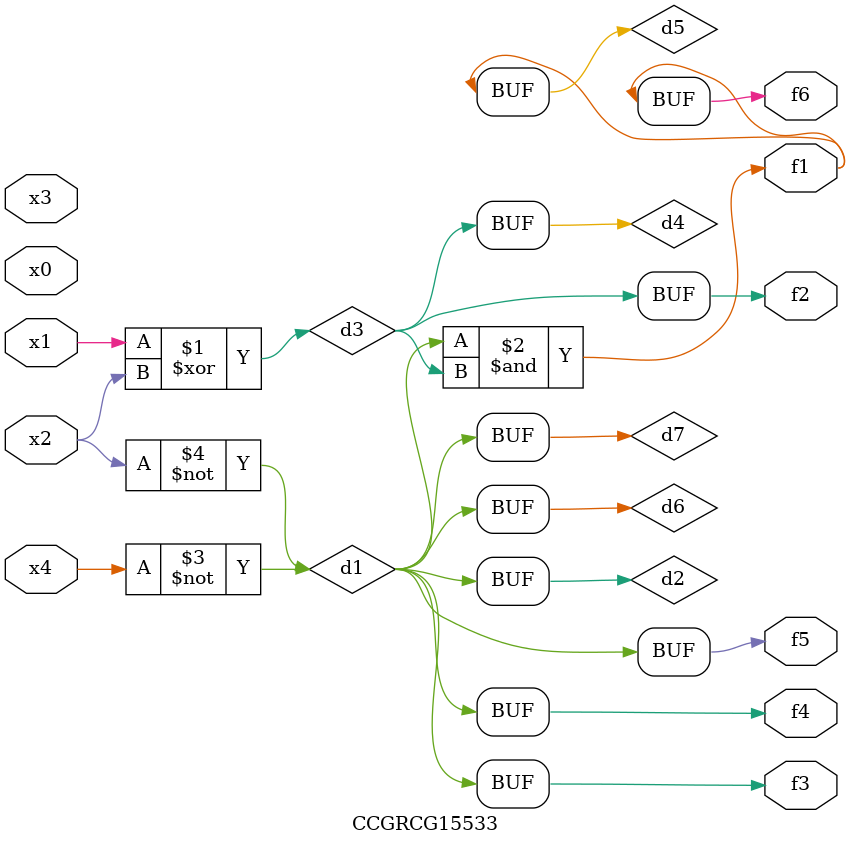
<source format=v>
module CCGRCG15533(
	input x0, x1, x2, x3, x4,
	output f1, f2, f3, f4, f5, f6
);

	wire d1, d2, d3, d4, d5, d6, d7;

	not (d1, x4);
	not (d2, x2);
	xor (d3, x1, x2);
	buf (d4, d3);
	and (d5, d1, d3);
	buf (d6, d1, d2);
	buf (d7, d2);
	assign f1 = d5;
	assign f2 = d4;
	assign f3 = d7;
	assign f4 = d7;
	assign f5 = d7;
	assign f6 = d5;
endmodule

</source>
